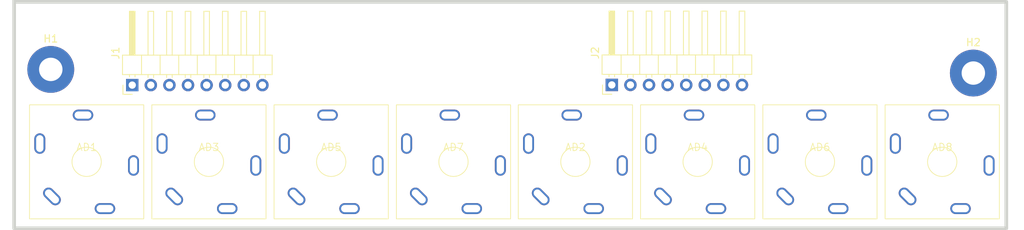
<source format=kicad_pcb>
(kicad_pcb (version 20240108) (generator "pcbnew") (generator_version "8.0")
  (layers (0 "F.Cu" signal) (31 "B.Cu" signal) (34 "B.Paste" user) (35 "F.Paste" user) (36 "B.SilkS" user "B.Silkscreen") (37 "F.SilkS" user "F.Silkscreen") (38 "B.Mask" user) (39 "F.Mask" user) (44 "Edge.Cuts" user))
  (net 0 "")
  (net 3 "GND")
  (net 4 "Net-(J1-Pin_1)")
  (net 8 "Net-(J1-Pin_2)")
  (net 11 "Net-(J1-Pin_3)")
  (net 14 "Net-(J1-Pin_4)")
  (net 19 "Net-(J1-Pin_5)")
  (net 24 "Net-(J1-Pin_6)")
  (net 26 "Net-(J1-Pin_7)")
  (net 33 "Net-(J1-Pin_8)")
  (footprint "N8s_Parts:CK635117" (layer "F.Cu") (at 109.9 58.9)
    (property "Reference" "AD1" (at 0 -2 0) (layer "F.SilkS") (effects (font (thickness 0.1))))
    (property "Value" "~")
    (fp_rect (start 7.8 -7.8) (end -7.8 7.8) (stroke (width 0.1)) (fill none) (layer "F.SilkS"))
    (fp_circle (center 0 0) (end -2 0) (stroke (width 0.1)) (fill none) (layer "F.SilkS"))
    (pad "1" thru_hole oval (at -4.737615 4.737615 315) (size 2.8 1.5) (drill oval 2.3 1) (layers "*.Cu" "*.Mask") (net 3 "GND"))
    (pad "2" thru_hole oval (at -6.4 -2.5 270) (size 2.8 1.5) (drill oval 2.3 1) (layers "*.Cu" "*.Mask"))
    (pad "3" thru_hole oval (at -0.5 -6.4) (size 2.8 1.5) (drill oval 2.3 1) (layers "*.Cu" "*.Mask") (net 4 "Net-(J1-Pin_1)"))
    (pad "4" thru_hole oval (at 6.4 0.5 270) (size 2.8 1.5) (drill oval 2.3 1) (layers "*.Cu" "*.Mask"))
    (pad "5" thru_hole oval (at 2.5 6.4) (size 2.8 1.5) (drill oval 2.3 1) (layers "*.Cu" "*.Mask"))
  )
  (footprint "N8s_Parts:CK635117" (layer "F.Cu") (at 160 58.9)
    (property "Reference" "AD7" (at 0 -2 0) (layer "F.SilkS") (effects (font (thickness 0.1))))
    (property "Value" "~")
    (fp_rect (start 7.8 -7.8) (end -7.8 7.8) (stroke (width 0.1)) (fill none) (layer "F.SilkS"))
    (fp_circle (center 0 0) (end -2 0) (stroke (width 0.1)) (fill none) (layer "F.SilkS"))
    (pad "1" thru_hole oval (at -4.737615 4.737615 315) (size 2.8 1.5) (drill oval 2.3 1) (layers "*.Cu" "*.Mask") (net 3 "GND"))
    (pad "2" thru_hole oval (at -6.4 -2.5 270) (size 2.8 1.5) (drill oval 2.3 1) (layers "*.Cu" "*.Mask"))
    (pad "3" thru_hole oval (at -0.5 -6.4) (size 2.8 1.5) (drill oval 2.3 1) (layers "*.Cu" "*.Mask") (net 26 "Net-(J1-Pin_7)"))
    (pad "4" thru_hole oval (at 6.4 0.5 270) (size 2.8 1.5) (drill oval 2.3 1) (layers "*.Cu" "*.Mask"))
    (pad "5" thru_hole oval (at 2.5 6.4) (size 2.8 1.5) (drill oval 2.3 1) (layers "*.Cu" "*.Mask"))
  )
  (footprint "N8s_Parts:CK635117" (layer "F.Cu") (at 193.35 58.9013)
    (property "Reference" "AD4" (at 0 -2 0) (layer "F.SilkS") (effects (font (thickness 0.1))))
    (property "Value" "~")
    (fp_rect (start 7.8 -7.8) (end -7.8 7.8) (stroke (width 0.1)) (fill none) (layer "F.SilkS"))
    (fp_circle (center 0 0) (end -2 0) (stroke (width 0.1)) (fill none) (layer "F.SilkS"))
    (pad "1" thru_hole oval (at -4.737615 4.737615 315) (size 2.8 1.5) (drill oval 2.3 1) (layers "*.Cu" "*.Mask") (net 3 "GND"))
    (pad "2" thru_hole oval (at -6.4 -2.5 270) (size 2.8 1.5) (drill oval 2.3 1) (layers "*.Cu" "*.Mask"))
    (pad "3" thru_hole oval (at -0.5 -6.4) (size 2.8 1.5) (drill oval 2.3 1) (layers "*.Cu" "*.Mask") (net 14 "Net-(J1-Pin_4)"))
    (pad "4" thru_hole oval (at 6.4 0.5 270) (size 2.8 1.5) (drill oval 2.3 1) (layers "*.Cu" "*.Mask"))
    (pad "5" thru_hole oval (at 2.5 6.4) (size 2.8 1.5) (drill oval 2.3 1) (layers "*.Cu" "*.Mask"))
  )
  (footprint "MountingHole:MountingHole_3.2mm_M3_Pad" (layer "F.Cu") (at 231 46.75)
    (property "Reference" "H2" (at 0 -4.2 0) (layer "F.SilkS"))
    (property "Value" "MountingHole_Pad")
    (pad "1" thru_hole circle (at 0 0) (size 6.4 6.4) (drill 3.2) (layers "*.Cu" "*.Mask") (net 3 "GND"))
  )
  (footprint "N8s_Parts:CK635117" (layer "F.Cu") (at 126.6 58.9)
    (property "Reference" "AD3" (at 0 -2 0) (layer "F.SilkS") (effects (font (thickness 0.1))))
    (property "Value" "~")
    (fp_rect (start 7.8 -7.8) (end -7.8 7.8) (stroke (width 0.1)) (fill none) (layer "F.SilkS"))
    (fp_circle (center 0 0) (end -2 0) (stroke (width 0.1)) (fill none) (layer "F.SilkS"))
    (pad "1" thru_hole oval (at -4.737615 4.737615 315) (size 2.8 1.5) (drill oval 2.3 1) (layers "*.Cu" "*.Mask") (net 3 "GND"))
    (pad "2" thru_hole oval (at -6.4 -2.5 270) (size 2.8 1.5) (drill oval 2.3 1) (layers "*.Cu" "*.Mask"))
    (pad "3" thru_hole oval (at -0.5 -6.4) (size 2.8 1.5) (drill oval 2.3 1) (layers "*.Cu" "*.Mask") (net 11 "Net-(J1-Pin_3)"))
    (pad "4" thru_hole oval (at 6.4 0.5 270) (size 2.8 1.5) (drill oval 2.3 1) (layers "*.Cu" "*.Mask"))
    (pad "5" thru_hole oval (at 2.5 6.4) (size 2.8 1.5) (drill oval 2.3 1) (layers "*.Cu" "*.Mask"))
  )
  (footprint "Connector_PinHeader_2.54mm:PinHeader_1x08_P2.54mm_Horizontal" (layer "F.Cu") (at 181.625 48.375 90)
    (property "Reference" "J2" (at 4.385 -2.27 90) (layer "F.SilkS"))
    (property "Value" "Conn_01x08")
    (fp_line (start 4.1 -1.33) (end 1.44 -1.33) (stroke (width 0.12)) (layer "F.SilkS"))
    (fp_line (start 1.44 -1.33) (end 1.44 19.11) (stroke (width 0.12)) (layer "F.SilkS"))
    (fp_line (start -1.27 -1.27) (end 0 -1.27) (stroke (width 0.12)) (layer "F.SilkS"))
    (fp_line (start 10.1 -0.38) (end 10.1 0.38) (stroke (width 0.12)) (layer "F.SilkS"))
    (fp_line (start 4.1 -0.38) (end 10.1 -0.38) (stroke (width 0.12)) (layer "F.SilkS"))
    (fp_line (start 1.11 -0.38) (end 1.44 -0.38) (stroke (width 0.12)) (layer "F.SilkS"))
    (fp_line (start 4.1 -0.32) (end 10.1 -0.32) (stroke (width 0.12)) (layer "F.SilkS"))
    (fp_line (start 4.1 -0.2) (end 10.1 -0.2) (stroke (width 0.12)) (layer "F.SilkS"))
    (fp_line (start 4.1 -0.08) (end 10.1 -0.08) (stroke (width 0.12)) (layer "F.SilkS"))
    (fp_line (start -1.27 0) (end -1.27 -1.27) (stroke (width 0.12)) (layer "F.SilkS"))
    (fp_line (start 4.1 0.04) (end 10.1 0.04) (stroke (width 0.12)) (layer "F.SilkS"))
    (fp_line (start 4.1 0.16) (end 10.1 0.16) (stroke (width 0.12)) (layer "F.SilkS"))
    (fp_line (start 4.1 0.28) (end 10.1 0.28) (stroke (width 0.12)) (layer "F.SilkS"))
    (fp_line (start 10.1 0.38) (end 4.1 0.38) (stroke (width 0.12)) (layer "F.SilkS"))
    (fp_line (start 1.11 0.38) (end 1.44 0.38) (stroke (width 0.12)) (layer "F.SilkS"))
    (fp_line (start 1.44 1.27) (end 4.1 1.27) (stroke (width 0.12)) (layer "F.SilkS"))
    (fp_line (start 10.1 2.16) (end 10.1 2.92) (stroke (width 0.12)) (layer "F.SilkS"))
    (fp_line (start 4.1 2.16) (end 10.1 2.16) (stroke (width 0.12)) (layer "F.SilkS"))
    (fp_line (start 1.042929 2.16) (end 1.44 2.16) (stroke (width 0.12)) (layer "F.SilkS"))
    (fp_line (start 10.1 2.92) (end 4.1 2.92) (stroke (width 0.12)) (layer "F.SilkS"))
    (fp_line (start 1.042929 2.92) (end 1.44 2.92) (stroke (width 0.12)) (layer "F.SilkS"))
    (fp_line (start 1.44 3.81) (end 4.1 3.81) (stroke (width 0.12)) (layer "F.SilkS"))
    (fp_line (start 10.1 4.7) (end 10.1 5.46) (stroke (width 0.12)) (layer "F.SilkS"))
    (fp_line (start 4.1 4.7) (end 10.1 4.7) (stroke (width 0.12)) (layer "F.SilkS"))
    (fp_line (start 1.042929 4.7) (end 1.44 4.7) (stroke (width 0.12)) (layer "F.SilkS"))
    (fp_line (start 10.1 5.46) (end 4.1 5.46) (stroke (width 0.12)) (layer "F.SilkS"))
    (fp_line (start 1.042929 5.46) (end 1.44 5.46) (stroke (width 0.12)) (layer "F.SilkS"))
    (fp_line (start 1.44 6.35) (end 4.1 6.35) (stroke (width 0.12)) (layer "F.SilkS"))
    (fp_line (start 10.1 7.24) (end 10.1 8) (stroke (width 0.12)) (layer "F.SilkS"))
    (fp_line (start 4.1 7.24) (end 10.1 7.24) (stroke (width 0.12)) (layer "F.SilkS"))
    (fp_line (start 1.042929 7.24) (end 1.44 7.24) (stroke (width 0.12)) (layer "F.SilkS"))
    (fp_line (start 10.1 8) (end 4.1 8) (stroke (width 0.12)) (layer "F.SilkS"))
    (fp_line (start 1.042929 8) (end 1.44 8) (stroke (width 0.12)) (layer "F.SilkS"))
    (fp_line (start 1.44 8.89) (end 4.1 8.89) (stroke (width 0.12)) (layer "F.SilkS"))
    (fp_line (start 10.1 9.78) (end 10.1 10.54) (stroke (width 0.12)) (layer "F.SilkS"))
    (fp_line (start 4.1 9.78) (end 10.1 9.78) (stroke (width 0.12)) (layer "F.SilkS"))
    (fp_line (start 1.042929 9.78) (end 1.44 9.78) (stroke (width 0.12)) (layer "F.SilkS"))
    (fp_line (start 10.1 10.54) (end 4.1 10.54) (stroke (width 0.12)) (layer "F.SilkS"))
    (fp_line (start 1.042929 10.54) (end 1.44 10.54) (stroke (width 0.12)) (layer "F.SilkS"))
    (fp_line (start 1.44 11.43) (end 4.1 11.43) (stroke (width 0.12)) (layer "F.SilkS"))
    (fp_line (start 10.1 12.32) (end 10.1 13.08) (stroke (width 0.12)) (layer "F.SilkS"))
    (fp_line (start 4.1 12.32) (end 10.1 12.32) (stroke (width 0.12)) (layer "F.SilkS"))
    (fp_line (start 1.042929 12.32) (end 1.44 12.32) (stroke (width 0.12)) (layer "F.SilkS"))
    (fp_line (start 10.1 13.08) (end 4.1 13.08) (stroke (width 0.12)) (layer "F.SilkS"))
    (fp_line (start 1.042929 13.08) (end 1.44 13.08) (stroke (width 0.12)) (layer "F.SilkS"))
    (fp_line (start 1.44 13.97) (end 4.1 13.97) (stroke (width 0.12)) (layer "F.SilkS"))
    (fp_line (start 10.1 14.86) (end 10.1 15.62) (stroke (width 0.12)) (layer "F.SilkS"))
    (fp_line (start 4.1 14.86) (end 10.1 14.86) (stroke (width 0.12)) (layer "F.SilkS"))
    (fp_line (start 1.042929 14.86) (end 1.44 14.86) (stroke (width 0.12)) (layer "F.SilkS"))
    (fp_line (start 10.1 15.62) (end 4.1 15.62) (stroke (width 0.12)) (layer "F.SilkS"))
    (fp_line (start 1.042929 15.62) (end 1.44 15.62) (stroke (width 0.12)) (layer "F.SilkS"))
    (fp_line (start 1.44 16.51) (end 4.1 16.51) (stroke (width 0.12)) (layer "F.SilkS"))
    (fp_line (start 10.1 17.4) (end 10.1 18.16) (stroke (width 0.12)) (layer "F.SilkS"))
    (fp_line (start 4.1 17.4) (end 10.1 17.4) (stroke (width 0.12)) (layer "F.SilkS"))
    (fp_line (start 1.042929 17.4) (end 1.44 17.4) (stroke (width 0.12)) (layer "F.SilkS"))
    (fp_line (start 10.1 18.16) (end 4.1 18.16) (stroke (width 0.12)) (layer "F.SilkS"))
    (fp_line (start 1.042929 18.16) (end 1.44 18.16) (stroke (width 0.12)) (layer "F.SilkS"))
    (fp_line (start 4.1 19.11) (end 4.1 -1.33) (stroke (width 0.12)) (layer "F.SilkS"))
    (fp_line (start 1.44 19.11) (end 4.1 19.11) (stroke (width 0.12)) (layer "F.SilkS"))
    (pad "1" thru_hole rect (at 0 0 90) (size 1.7 1.7) (drill 1) (layers "*.Cu" "*.Mask") (net 3 "GND"))
    (pad "2" thru_hole oval (at 0 2.54 90) (size 1.7 1.7) (drill 1) (layers "*.Cu" "*.Mask") (net 3 "GND"))
    (pad "3" thru_hole oval (at 0 5.08 90) (size 1.7 1.7) (drill 1) (layers "*.Cu" "*.Mask") (net 3 "GND"))
    (pad "4" thru_hole oval (at 0 7.62 90) (size 1.7 1.7) (drill 1) (layers "*.Cu" "*.Mask") (net 3 "GND"))
    (pad "5" thru_hole oval (at 0 10.16 90) (size 1.7 1.7) (drill 1) (layers "*.Cu" "*.Mask") (net 3 "GND"))
    (pad "6" thru_hole oval (at 0 12.7 90) (size 1.7 1.7) (drill 1) (layers "*.Cu" "*.Mask") (net 3 "GND"))
    (pad "7" thru_hole oval (at 0 15.24 90) (size 1.7 1.7) (drill 1) (layers "*.Cu" "*.Mask") (net 3 "GND"))
    (pad "8" thru_hole oval (at 0 17.78 90) (size 1.7 1.7) (drill 1) (layers "*.Cu" "*.Mask") (net 3 "GND"))
  )
  (footprint "MountingHole:MountingHole_3.2mm_M3_Pad" (layer "F.Cu") (at 105 46.25)
    (property "Reference" "H1" (at 0 -4.2 0) (layer "F.SilkS"))
    (property "Value" "MountingHole_Pad")
    (pad "1" thru_hole circle (at 0 0) (size 6.4 6.4) (drill 3.2) (layers "*.Cu" "*.Mask") (net 3 "GND"))
  )
  (footprint "N8s_Parts:CK635117" (layer "F.Cu") (at 143.3 58.9)
    (property "Reference" "AD5" (at 0 -2 0) (layer "F.SilkS") (effects (font (thickness 0.1))))
    (property "Value" "~")
    (fp_rect (start 7.8 -7.8) (end -7.8 7.8) (stroke (width 0.1)) (fill none) (layer "F.SilkS"))
    (fp_circle (center 0 0) (end -2 0) (stroke (width 0.1)) (fill none) (layer "F.SilkS"))
    (pad "1" thru_hole oval (at -4.737615 4.737615 315) (size 2.8 1.5) (drill oval 2.3 1) (layers "*.Cu" "*.Mask") (net 3 "GND"))
    (pad "2" thru_hole oval (at -6.4 -2.5 270) (size 2.8 1.5) (drill oval 2.3 1) (layers "*.Cu" "*.Mask"))
    (pad "3" thru_hole oval (at -0.5 -6.4) (size 2.8 1.5) (drill oval 2.3 1) (layers "*.Cu" "*.Mask") (net 19 "Net-(J1-Pin_5)"))
    (pad "4" thru_hole oval (at 6.4 0.5 270) (size 2.8 1.5) (drill oval 2.3 1) (layers "*.Cu" "*.Mask"))
    (pad "5" thru_hole oval (at 2.5 6.4) (size 2.8 1.5) (drill oval 2.3 1) (layers "*.Cu" "*.Mask"))
  )
  (footprint "N8s_Parts:CK635117" (layer "F.Cu") (at 176.65 58.9013)
    (property "Reference" "AD2" (at 0 -2 0) (layer "F.SilkS") (effects (font (thickness 0.1))))
    (property "Value" "~")
    (fp_rect (start 7.8 -7.8) (end -7.8 7.8) (stroke (width 0.1)) (fill none) (layer "F.SilkS"))
    (fp_circle (center 0 0) (end -2 0) (stroke (width 0.1)) (fill none) (layer "F.SilkS"))
    (pad "1" thru_hole oval (at -4.737615 4.737615 315) (size 2.8 1.5) (drill oval 2.3 1) (layers "*.Cu" "*.Mask") (net 3 "GND"))
    (pad "2" thru_hole oval (at -6.4 -2.5 270) (size 2.8 1.5) (drill oval 2.3 1) (layers "*.Cu" "*.Mask"))
    (pad "3" thru_hole oval (at -0.5 -6.4) (size 2.8 1.5) (drill oval 2.3 1) (layers "*.Cu" "*.Mask") (net 8 "Net-(J1-Pin_2)"))
    (pad "4" thru_hole oval (at 6.4 0.5 270) (size 2.8 1.5) (drill oval 2.3 1) (layers "*.Cu" "*.Mask"))
    (pad "5" thru_hole oval (at 2.5 6.4) (size 2.8 1.5) (drill oval 2.3 1) (layers "*.Cu" "*.Mask"))
  )
  (footprint "Connector_PinHeader_2.54mm:PinHeader_1x08_P2.54mm_Horizontal" (layer "F.Cu") (at 116.125 48.3981 90)
    (property "Reference" "J1" (at 4.385 -2.27 90) (layer "F.SilkS"))
    (property "Value" "Conn_01x08")
    (fp_line (start 4.1 -1.33) (end 1.44 -1.33) (stroke (width 0.12)) (layer "F.SilkS"))
    (fp_line (start 1.44 -1.33) (end 1.44 19.11) (stroke (width 0.12)) (layer "F.SilkS"))
    (fp_line (start -1.27 -1.27) (end 0 -1.27) (stroke (width 0.12)) (layer "F.SilkS"))
    (fp_line (start 10.1 -0.38) (end 10.1 0.38) (stroke (width 0.12)) (layer "F.SilkS"))
    (fp_line (start 4.1 -0.38) (end 10.1 -0.38) (stroke (width 0.12)) (layer "F.SilkS"))
    (fp_line (start 1.11 -0.38) (end 1.44 -0.38) (stroke (width 0.12)) (layer "F.SilkS"))
    (fp_line (start 4.1 -0.32) (end 10.1 -0.32) (stroke (width 0.12)) (layer "F.SilkS"))
    (fp_line (start 4.1 -0.2) (end 10.1 -0.2) (stroke (width 0.12)) (layer "F.SilkS"))
    (fp_line (start 4.1 -0.08) (end 10.1 -0.08) (stroke (width 0.12)) (layer "F.SilkS"))
    (fp_line (start -1.27 0) (end -1.27 -1.27) (stroke (width 0.12)) (layer "F.SilkS"))
    (fp_line (start 4.1 0.04) (end 10.1 0.04) (stroke (width 0.12)) (layer "F.SilkS"))
    (fp_line (start 4.1 0.16) (end 10.1 0.16) (stroke (width 0.12)) (layer "F.SilkS"))
    (fp_line (start 4.1 0.28) (end 10.1 0.28) (stroke (width 0.12)) (layer "F.SilkS"))
    (fp_line (start 10.1 0.38) (end 4.1 0.38) (stroke (width 0.12)) (layer "F.SilkS"))
    (fp_line (start 1.11 0.38) (end 1.44 0.38) (stroke (width 0.12)) (layer "F.SilkS"))
    (fp_line (start 1.44 1.27) (end 4.1 1.27) (stroke (width 0.12)) (layer "F.SilkS"))
    (fp_line (start 10.1 2.16) (end 10.1 2.92) (stroke (width 0.12)) (layer "F.SilkS"))
    (fp_line (start 4.1 2.16) (end 10.1 2.16) (stroke (width 0.12)) (layer "F.SilkS"))
    (fp_line (start 1.042929 2.16) (end 1.44 2.16) (stroke (width 0.12)) (layer "F.SilkS"))
    (fp_line (start 10.1 2.92) (end 4.1 2.92) (stroke (width 0.12)) (layer "F.SilkS"))
    (fp_line (start 1.042929 2.92) (end 1.44 2.92) (stroke (width 0.12)) (layer "F.SilkS"))
    (fp_line (start 1.44 3.81) (end 4.1 3.81) (stroke (width 0.12)) (layer "F.SilkS"))
    (fp_line (start 10.1 4.7) (end 10.1 5.46) (stroke (width 0.12)) (layer "F.SilkS"))
    (fp_line (start 4.1 4.7) (end 10.1 4.7) (stroke (width 0.12)) (layer "F.SilkS"))
    (fp_line (start 1.042929 4.7) (end 1.44 4.7) (stroke (width 0.12)) (layer "F.SilkS"))
    (fp_line (start 10.1 5.46) (end 4.1 5.46) (stroke (width 0.12)) (layer "F.SilkS"))
    (fp_line (start 1.042929 5.46) (end 1.44 5.46) (stroke (width 0.12)) (layer "F.SilkS"))
    (fp_line (start 1.44 6.35) (end 4.1 6.35) (stroke (width 0.12)) (layer "F.SilkS"))
    (fp_line (start 10.1 7.24) (end 10.1 8) (stroke (width 0.12)) (layer "F.SilkS"))
    (fp_line (start 4.1 7.24) (end 10.1 7.24) (stroke (width 0.12)) (layer "F.SilkS"))
    (fp_line (start 1.042929 7.24) (end 1.44 7.24) (stroke (width 0.12)) (layer "F.SilkS"))
    (fp_line (start 10.1 8) (end 4.1 8) (stroke (width 0.12)) (layer "F.SilkS"))
    (fp_line (start 1.042929 8) (end 1.44 8) (stroke (width 0.12)) (layer "F.SilkS"))
    (fp_line (start 1.44 8.89) (end 4.1 8.89) (stroke (width 0.12)) (layer "F.SilkS"))
    (fp_line (start 10.1 9.78) (end 10.1 10.54) (stroke (width 0.12)) (layer "F.SilkS"))
    (fp_line (start 4.1 9.78) (end 10.1 9.78) (stroke (width 0.12)) (layer "F.SilkS"))
    (fp_line (start 1.042929 9.78) (end 1.44 9.78) (stroke (width 0.12)) (layer "F.SilkS"))
    (fp_line (start 10.1 10.54) (end 4.1 10.54) (stroke (width 0.12)) (layer "F.SilkS"))
    (fp_line (start 1.042929 10.54) (end 1.44 10.54) (stroke (width 0.12)) (layer "F.SilkS"))
    (fp_line (start 1.44 11.43) (end 4.1 11.43) (stroke (width 0.12)) (layer "F.SilkS"))
    (fp_line (start 10.1 12.32) (end 10.1 13.08) (stroke (width 0.12)) (layer "F.SilkS"))
    (fp_line (start 4.1 12.32) (end 10.1 12.32) (stroke (width 0.12)) (layer "F.SilkS"))
    (fp_line (start 1.042929 12.32) (end 1.44 12.32) (stroke (width 0.12)) (layer "F.SilkS"))
    (fp_line (start 10.1 13.08) (end 4.1 13.08) (stroke (width 0.12)) (layer "F.SilkS"))
    (fp_line (start 1.042929 13.08) (end 1.44 13.08) (stroke (width 0.12)) (layer "F.SilkS"))
    (fp_line (start 1.44 13.97) (end 4.1 13.97) (stroke (width 0.12)) (layer "F.SilkS"))
    (fp_line (start 10.1 14.86) (end 10.1 15.62) (stroke (width 0.12)) (layer "F.SilkS"))
    (fp_line (start 4.1 14.86) (end 10.1 14.86) (stroke (width 0.12)) (layer "F.SilkS"))
    (fp_line (start 1.042929 14.86) (end 1.44 14.86) (stroke (width 0.12)) (layer "F.SilkS"))
    (fp_line (start 10.1 15.62) (end 4.1 15.62) (stroke (width 0.12)) (layer "F.SilkS"))
    (fp_line (start 1.042929 15.62) (end 1.44 15.62) (stroke (width 0.12)) (layer "F.SilkS"))
    (fp_line (start 1.44 16.51) (end 4.1 16.51) (stroke (width 0.12)) (layer "F.SilkS"))
    (fp_line (start 10.1 17.4) (end 10.1 18.16) (stroke (width 0.12)) (layer "F.SilkS"))
    (fp_line (start 4.1 17.4) (end 10.1 17.4) (stroke (width 0.12)) (layer "F.SilkS"))
    (fp_line (start 1.042929 17.4) (end 1.44 17.4) (stroke (width 0.12)) (layer "F.SilkS"))
    (fp_line (start 10.1 18.16) (end 4.1 18.16) (stroke (width 0.12)) (layer "F.SilkS"))
    (fp_line (start 1.042929 18.16) (end 1.44 18.16) (stroke (width 0.12)) (layer "F.SilkS"))
    (fp_line (start 4.1 19.11) (end 4.1 -1.33) (stroke (width 0.12)) (layer "F.SilkS"))
    (fp_line (start 1.44 19.11) (end 4.1 19.11) (stroke (width 0.12)) (layer "F.SilkS"))
    (pad "1" thru_hole rect (at 0 0 90) (size 1.7 1.7) (drill 1) (layers "*.Cu" "*.Mask") (net 4 "Net-(J1-Pin_1)"))
    (pad "2" thru_hole oval (at 0 2.54 90) (size 1.7 1.7) (drill 1) (layers "*.Cu" "*.Mask") (net 8 "Net-(J1-Pin_2)"))
    (pad "3" thru_hole oval (at 0 5.08 90) (size 1.7 1.7) (drill 1) (layers "*.Cu" "*.Mask") (net 11 "Net-(J1-Pin_3)"))
    (pad "4" thru_hole oval (at 0 7.62 90) (size 1.7 1.7) (drill 1) (layers "*.Cu" "*.Mask") (net 14 "Net-(J1-Pin_4)"))
    (pad "5" thru_hole oval (at 0 10.16 90) (size 1.7 1.7) (drill 1) (layers "*.Cu" "*.Mask") (net 19 "Net-(J1-Pin_5)"))
    (pad "6" thru_hole oval (at 0 12.7 90) (size 1.7 1.7) (drill 1) (layers "*.Cu" "*.Mask") (net 24 "Net-(J1-Pin_6)"))
    (pad "7" thru_hole oval (at 0 15.24 90) (size 1.7 1.7) (drill 1) (layers "*.Cu" "*.Mask") (net 26 "Net-(J1-Pin_7)"))
    (pad "8" thru_hole oval (at 0 17.78 90) (size 1.7 1.7) (drill 1) (layers "*.Cu" "*.Mask") (net 33 "Net-(J1-Pin_8)"))
  )
  (footprint "N8s_Parts:CK635117" (layer "F.Cu") (at 226.75 58.9013)
    (property "Reference" "AD8" (at 0 -2 0) (layer "F.SilkS") (effects (font (thickness 0.1))))
    (property "Value" "~")
    (fp_rect (start 7.8 -7.8) (end -7.8 7.8) (stroke (width 0.1)) (fill none) (layer "F.SilkS"))
    (fp_circle (center 0 0) (end -2 0) (stroke (width 0.1)) (fill none) (layer "F.SilkS"))
    (pad "1" thru_hole oval (at -4.737615 4.737615 315) (size 2.8 1.5) (drill oval 2.3 1) (layers "*.Cu" "*.Mask") (net 3 "GND"))
    (pad "2" thru_hole oval (at -6.4 -2.5 270) (size 2.8 1.5) (drill oval 2.3 1) (layers "*.Cu" "*.Mask"))
    (pad "3" thru_hole oval (at -0.5 -6.4) (size 2.8 1.5) (drill oval 2.3 1) (layers "*.Cu" "*.Mask") (net 33 "Net-(J1-Pin_8)"))
    (pad "4" thru_hole oval (at 6.4 0.5 270) (size 2.8 1.5) (drill oval 2.3 1) (layers "*.Cu" "*.Mask"))
    (pad "5" thru_hole oval (at 2.5 6.4) (size 2.8 1.5) (drill oval 2.3 1) (layers "*.Cu" "*.Mask"))
  )
  (footprint "N8s_Parts:CK635117" (layer "F.Cu") (at 210.05 58.9013)
    (property "Reference" "AD6" (at 0 -2 0) (layer "F.SilkS") (effects (font (thickness 0.1))))
    (property "Value" "~")
    (fp_rect (start 7.8 -7.8) (end -7.8 7.8) (stroke (width 0.1)) (fill none) (layer "F.SilkS"))
    (fp_circle (center 0 0) (end -2 0) (stroke (width 0.1)) (fill none) (layer "F.SilkS"))
    (pad "1" thru_hole oval (at -4.737615 4.737615 315) (size 2.8 1.5) (drill oval 2.3 1) (layers "*.Cu" "*.Mask") (net 3 "GND"))
    (pad "2" thru_hole oval (at -6.4 -2.5 270) (size 2.8 1.5) (drill oval 2.3 1) (layers "*.Cu" "*.Mask"))
    (pad "3" thru_hole oval (at -0.5 -6.4) (size 2.8 1.5) (drill oval 2.3 1) (layers "*.Cu" "*.Mask") (net 24 "Net-(J1-Pin_6)"))
    (pad "4" thru_hole oval (at 6.4 0.5 270) (size 2.8 1.5) (drill oval 2.3 1) (layers "*.Cu" "*.Mask"))
    (pad "5" thru_hole oval (at 2.5 6.4) (size 2.8 1.5) (drill oval 2.3 1) (layers "*.Cu" "*.Mask"))
  )
  (gr_rect (start 100 37) (end 235.5 68) (stroke (width 0.5)) (fill none) (layer "Edge.Cuts"))
)
</source>
